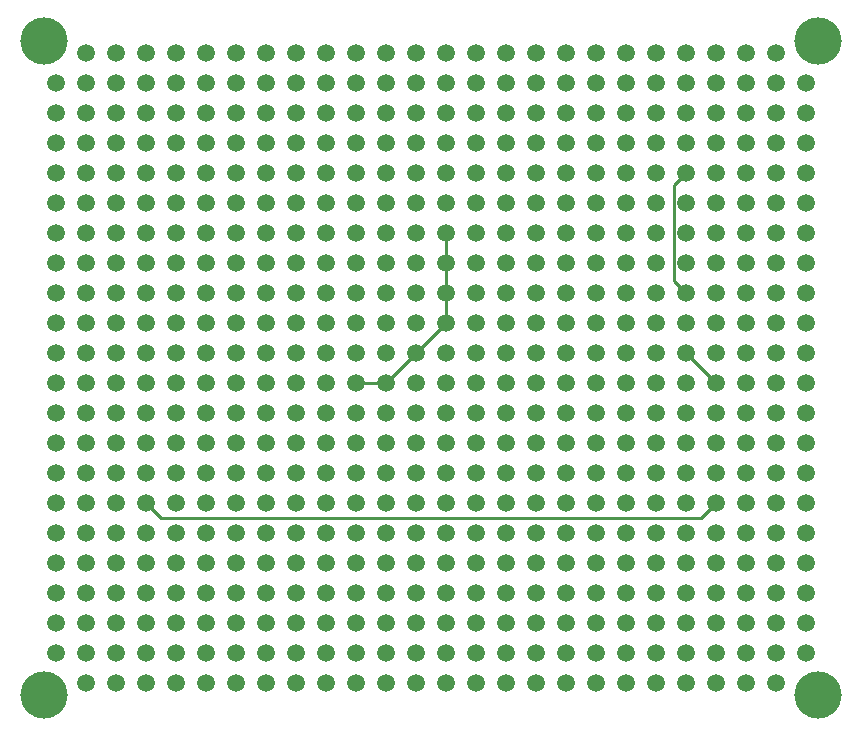
<source format=gbr>
%TF.GenerationSoftware,KiCad,Pcbnew,9.0.2*%
%TF.CreationDate,2025-08-09T13:20:03-07:00*%
%TF.ProjectId,perfidy-board,70657266-6964-4792-9d62-6f6172642e6b,1.1*%
%TF.SameCoordinates,Original*%
%TF.FileFunction,Copper,L2,Inr*%
%TF.FilePolarity,Positive*%
%FSLAX46Y46*%
G04 Gerber Fmt 4.6, Leading zero omitted, Abs format (unit mm)*
G04 Created by KiCad (PCBNEW 9.0.2) date 2025-08-09 13:20:03*
%MOMM*%
%LPD*%
G01*
G04 APERTURE LIST*
%TA.AperFunction,ComponentPad*%
%ADD10C,1.500000*%
%TD*%
%TA.AperFunction,ComponentPad*%
%ADD11C,4.000000*%
%TD*%
%TA.AperFunction,Conductor*%
%ADD12C,0.254000*%
%TD*%
G04 APERTURE END LIST*
D10*
%TO.N,unconnected-(TP40-Pad1)*%
%TO.C,TP40*%
X132560000Y-71660000D03*
%TD*%
%TO.N,unconnected-(TP567-Pad1)*%
%TO.C,TP567*%
X150340000Y-122460000D03*
%TD*%
%TO.N,unconnected-(TP554-Pad1)*%
%TO.C,TP554*%
X117320000Y-122460000D03*
%TD*%
%TO.N,unconnected-(TP543-Pad1)*%
%TO.C,TP543*%
X155420000Y-119920000D03*
%TD*%
%TO.N,unconnected-(TP133-Pad1)*%
%TO.C,TP133*%
X104620000Y-81820000D03*
%TD*%
%TO.N,unconnected-(TP450-Pad1)*%
%TO.C,TP450*%
X117320000Y-112300000D03*
%TD*%
%TO.N,unconnected-(TP499-Pad1)*%
%TO.C,TP499*%
X109700000Y-117380000D03*
%TD*%
%TO.N,unconnected-(TP526-Pad1)*%
%TO.C,TP526*%
X112240000Y-119920000D03*
%TD*%
%TO.N,unconnected-(TP208-Pad1)*%
%TO.C,TP208*%
X163040000Y-86900000D03*
%TD*%
%TO.N,unconnected-(TP146-Pad1)*%
%TO.C,TP146*%
X137640000Y-81820000D03*
%TD*%
%TO.N,unconnected-(TP239-Pad1)*%
%TO.C,TP239*%
X109700000Y-91980000D03*
%TD*%
%TO.N,unconnected-(TP261-Pad1)*%
%TO.C,TP261*%
X99540000Y-94520000D03*
%TD*%
%TO.N,unconnected-(TP324-Pad1)*%
%TO.C,TP324*%
X127480000Y-99600000D03*
%TD*%
%TO.N,unconnected-(TP129-Pad1)*%
%TO.C,TP129*%
X160500000Y-79280000D03*
%TD*%
%TO.N,unconnected-(TP278-Pad1)*%
%TO.C,TP278*%
X142720000Y-94520000D03*
%TD*%
%TO.N,unconnected-(TP54-Pad1)*%
%TO.C,TP54*%
X102080000Y-74200000D03*
%TD*%
%TO.N,unconnected-(TP229-Pad1)*%
%TO.C,TP229*%
X150340000Y-89440000D03*
%TD*%
%TO.N,unconnected-(TP375-Pad1)*%
%TO.C,TP375*%
X124940000Y-104680000D03*
%TD*%
%TO.N,unconnected-(TP348-Pad1)*%
%TO.C,TP348*%
X122400000Y-102140000D03*
%TD*%
%TO.N,/C*%
%TO.C,TP248*%
X132560000Y-91980000D03*
%TD*%
%TO.N,unconnected-(TP102-Pad1)*%
%TO.C,TP102*%
X157960000Y-76740000D03*
%TD*%
%TO.N,unconnected-(TP85-Pad1)*%
%TO.C,TP85*%
X114780000Y-76740000D03*
%TD*%
%TO.N,unconnected-(TP414-Pad1)*%
%TO.C,TP414*%
X157960000Y-107220000D03*
%TD*%
%TO.N,unconnected-(TP268-Pad1)*%
%TO.C,TP268*%
X117320000Y-94520000D03*
%TD*%
%TO.N,/B*%
%TO.C,TP115*%
X124940000Y-79280000D03*
%TD*%
%TO.N,unconnected-(TP410-Pad1)*%
%TO.C,TP410*%
X147800000Y-107220000D03*
%TD*%
%TO.N,unconnected-(TP39-Pad1)*%
%TO.C,TP39*%
X130020000Y-71660000D03*
%TD*%
%TO.N,unconnected-(TP7-Pad1)*%
%TO.C,TP7*%
X114780000Y-69120000D03*
%TD*%
%TO.N,unconnected-(TP223-Pad1)*%
%TO.C,TP223*%
X135100000Y-89440000D03*
%TD*%
%TO.N,unconnected-(TP22-Pad1)*%
%TO.C,TP22*%
X152880000Y-69120000D03*
%TD*%
%TO.N,unconnected-(TP12-Pad1)*%
%TO.C,TP12*%
X127480000Y-69120000D03*
%TD*%
%TO.N,unconnected-(TP480-Pad1)*%
%TO.C,TP480*%
X127480000Y-114840000D03*
%TD*%
%TO.N,unconnected-(TP428-Pad1)*%
%TO.C,TP428*%
X127480000Y-109760000D03*
%TD*%
%TO.N,unconnected-(TP64-Pad1)*%
%TO.C,TP64*%
X127480000Y-74200000D03*
%TD*%
%TO.N,unconnected-(TP206-Pad1)*%
%TO.C,TP206*%
X157960000Y-86900000D03*
%TD*%
%TO.N,unconnected-(TP444-Pad1)*%
%TO.C,TP444*%
X102080000Y-112300000D03*
%TD*%
%TO.N,unconnected-(TP124-Pad1)*%
%TO.C,TP124*%
X147800000Y-79280000D03*
%TD*%
%TO.N,/C*%
%TO.C,TP297*%
X124940000Y-97060000D03*
%TD*%
%TO.N,unconnected-(TP382-Pad1)*%
%TO.C,TP382*%
X142720000Y-104680000D03*
%TD*%
%TO.N,unconnected-(TP421-Pad1)*%
%TO.C,TP421*%
X109700000Y-109760000D03*
%TD*%
%TO.N,unconnected-(TP484-Pad1)*%
%TO.C,TP484*%
X137640000Y-114840000D03*
%TD*%
%TO.N,unconnected-(TP109-Pad1)*%
%TO.C,TP109*%
X109700000Y-79280000D03*
%TD*%
%TO.N,unconnected-(TP472-Pad1)*%
%TO.C,TP472*%
X107160000Y-114840000D03*
%TD*%
%TO.N,unconnected-(TP186-Pad1)*%
%TO.C,TP186*%
X107160000Y-86900000D03*
%TD*%
%TO.N,/E*%
%TO.C,TP283*%
X155420000Y-94520000D03*
%TD*%
%TO.N,unconnected-(TP166-Pad1)*%
%TO.C,TP166*%
X122400000Y-84360000D03*
%TD*%
%TO.N,unconnected-(TP182-Pad1)*%
%TO.C,TP182*%
X163040000Y-84360000D03*
%TD*%
%TO.N,/I*%
%TO.C,TP126*%
X152880000Y-79280000D03*
%TD*%
%TO.N,unconnected-(TP381-Pad1)*%
%TO.C,TP381*%
X140180000Y-104680000D03*
%TD*%
%TO.N,unconnected-(TP185-Pad1)*%
%TO.C,TP185*%
X104620000Y-86900000D03*
%TD*%
%TO.N,unconnected-(TP254-Pad1)*%
%TO.C,TP254*%
X147800000Y-91980000D03*
%TD*%
%TO.N,unconnected-(TP529-Pad1)*%
%TO.C,TP529*%
X119860000Y-119920000D03*
%TD*%
%TO.N,unconnected-(TP265-Pad1)*%
%TO.C,TP265*%
X109700000Y-94520000D03*
%TD*%
%TO.N,unconnected-(TP250-Pad1)*%
%TO.C,TP250*%
X137640000Y-91980000D03*
%TD*%
%TO.N,unconnected-(TP224-Pad1)*%
%TO.C,TP224*%
X137640000Y-89440000D03*
%TD*%
%TO.N,unconnected-(TP121-Pad1)*%
%TO.C,TP121*%
X140180000Y-79280000D03*
%TD*%
%TO.N,unconnected-(TP147-Pad1)*%
%TO.C,TP147*%
X140180000Y-81820000D03*
%TD*%
%TO.N,/C*%
%TO.C,TP298*%
X127480000Y-97060000D03*
%TD*%
%TO.N,unconnected-(TP31-Pad1)*%
%TO.C,TP31*%
X109700000Y-71660000D03*
%TD*%
%TO.N,/C*%
%TO.C,TP222*%
X132560000Y-89440000D03*
%TD*%
%TO.N,unconnected-(TP340-Pad1)*%
%TO.C,TP340*%
X102080000Y-102140000D03*
%TD*%
%TO.N,unconnected-(TP391-Pad1)*%
%TO.C,TP391*%
X99540000Y-107220000D03*
%TD*%
%TO.N,/D*%
%TO.C,TP305*%
X145260000Y-97060000D03*
%TD*%
%TO.N,/D*%
%TO.C,TP120*%
X137640000Y-79280000D03*
%TD*%
%TO.N,unconnected-(TP238-Pad1)*%
%TO.C,TP238*%
X107160000Y-91980000D03*
%TD*%
%TO.N,unconnected-(TP432-Pad1)*%
%TO.C,TP432*%
X137640000Y-109760000D03*
%TD*%
%TO.N,unconnected-(TP481-Pad1)*%
%TO.C,TP481*%
X130020000Y-114840000D03*
%TD*%
%TO.N,unconnected-(TP332-Pad1)*%
%TO.C,TP332*%
X147800000Y-99600000D03*
%TD*%
%TO.N,unconnected-(TP157-Pad1)*%
%TO.C,TP157*%
X99540000Y-84360000D03*
%TD*%
%TO.N,unconnected-(TP362-Pad1)*%
%TO.C,TP362*%
X157960000Y-102140000D03*
%TD*%
%TO.N,unconnected-(TP42-Pad1)*%
%TO.C,TP42*%
X137640000Y-71660000D03*
%TD*%
%TO.N,unconnected-(TP479-Pad1)*%
%TO.C,TP479*%
X124940000Y-114840000D03*
%TD*%
%TO.N,unconnected-(TP350-Pad1)*%
%TO.C,TP350*%
X127480000Y-102140000D03*
%TD*%
%TO.N,unconnected-(TP21-Pad1)*%
%TO.C,TP21*%
X150340000Y-69120000D03*
%TD*%
%TO.N,unconnected-(TP209-Pad1)*%
%TO.C,TP209*%
X99540000Y-89440000D03*
%TD*%
%TO.N,unconnected-(TP333-Pad1)*%
%TO.C,TP333*%
X150340000Y-99600000D03*
%TD*%
%TO.N,unconnected-(TP65-Pad1)*%
%TO.C,TP65*%
X130020000Y-74200000D03*
%TD*%
%TO.N,unconnected-(TP314-Pad1)*%
%TO.C,TP314*%
X102080000Y-99600000D03*
%TD*%
%TO.N,unconnected-(TP264-Pad1)*%
%TO.C,TP264*%
X107160000Y-94520000D03*
%TD*%
%TO.N,unconnected-(TP81-Pad1)*%
%TO.C,TP81*%
X104620000Y-76740000D03*
%TD*%
%TO.N,unconnected-(TP256-Pad1)*%
%TO.C,TP256*%
X152880000Y-91980000D03*
%TD*%
%TO.N,unconnected-(TP67-Pad1)*%
%TO.C,TP67*%
X135100000Y-74200000D03*
%TD*%
D11*
%TO.N,unconnected-(TP26-Pad1)*%
%TO.C,TP26*%
X164056000Y-68104000D03*
%TD*%
D10*
%TO.N,unconnected-(TP456-Pad1)*%
%TO.C,TP456*%
X132560000Y-112300000D03*
%TD*%
%TO.N,unconnected-(TP564-Pad1)*%
%TO.C,TP564*%
X142720000Y-122460000D03*
%TD*%
%TO.N,unconnected-(TP269-Pad1)*%
%TO.C,TP269*%
X119860000Y-94520000D03*
%TD*%
%TO.N,unconnected-(TP327-Pad1)*%
%TO.C,TP327*%
X135100000Y-99600000D03*
%TD*%
%TO.N,unconnected-(TP386-Pad1)*%
%TO.C,TP386*%
X152880000Y-104680000D03*
%TD*%
%TO.N,unconnected-(TP352-Pad1)*%
%TO.C,TP352*%
X132560000Y-102140000D03*
%TD*%
%TO.N,unconnected-(TP56-Pad1)*%
%TO.C,TP56*%
X107160000Y-74200000D03*
%TD*%
%TO.N,unconnected-(TP60-Pad1)*%
%TO.C,TP60*%
X117320000Y-74200000D03*
%TD*%
%TO.N,/G*%
%TO.C,TP394*%
X107160000Y-107220000D03*
%TD*%
%TO.N,unconnected-(TP33-Pad1)*%
%TO.C,TP33*%
X114780000Y-71660000D03*
%TD*%
%TO.N,unconnected-(TP13-Pad1)*%
%TO.C,TP13*%
X130020000Y-69120000D03*
%TD*%
%TO.N,unconnected-(TP334-Pad1)*%
%TO.C,TP334*%
X152880000Y-99600000D03*
%TD*%
%TO.N,unconnected-(TP317-Pad1)*%
%TO.C,TP317*%
X109700000Y-99600000D03*
%TD*%
%TO.N,unconnected-(TP372-Pad1)*%
%TO.C,TP372*%
X117320000Y-104680000D03*
%TD*%
%TO.N,unconnected-(TP106-Pad1)*%
%TO.C,TP106*%
X102080000Y-79280000D03*
%TD*%
%TO.N,unconnected-(TP96-Pad1)*%
%TO.C,TP96*%
X142720000Y-76740000D03*
%TD*%
%TO.N,unconnected-(TP188-Pad1)*%
%TO.C,TP188*%
X112240000Y-86900000D03*
%TD*%
%TO.N,unconnected-(TP154-Pad1)*%
%TO.C,TP154*%
X157960000Y-81820000D03*
%TD*%
%TO.N,unconnected-(TP55-Pad1)*%
%TO.C,TP55*%
X104620000Y-74200000D03*
%TD*%
%TO.N,unconnected-(TP80-Pad1)*%
%TO.C,TP80*%
X102080000Y-76740000D03*
%TD*%
%TO.N,unconnected-(TP95-Pad1)*%
%TO.C,TP95*%
X140180000Y-76740000D03*
%TD*%
%TO.N,unconnected-(TP415-Pad1)*%
%TO.C,TP415*%
X160500000Y-107220000D03*
%TD*%
%TO.N,unconnected-(TP303-Pad1)*%
%TO.C,TP303*%
X140180000Y-97060000D03*
%TD*%
%TO.N,unconnected-(TP218-Pad1)*%
%TO.C,TP218*%
X122400000Y-89440000D03*
%TD*%
%TO.N,unconnected-(TP296-Pad1)*%
%TO.C,TP296*%
X122400000Y-97060000D03*
%TD*%
%TO.N,unconnected-(TP28-Pad1)*%
%TO.C,TP28*%
X102080000Y-71660000D03*
%TD*%
%TO.N,unconnected-(TP242-Pad1)*%
%TO.C,TP242*%
X117320000Y-91980000D03*
%TD*%
%TO.N,/C*%
%TO.C,TP196*%
X132560000Y-86900000D03*
%TD*%
%TO.N,unconnected-(TP455-Pad1)*%
%TO.C,TP455*%
X130020000Y-112300000D03*
%TD*%
%TO.N,unconnected-(TP29-Pad1)*%
%TO.C,TP29*%
X104620000Y-71660000D03*
%TD*%
%TO.N,unconnected-(TP76-Pad1)*%
%TO.C,TP76*%
X157960000Y-74200000D03*
%TD*%
%TO.N,unconnected-(TP272-Pad1)*%
%TO.C,TP272*%
X127480000Y-94520000D03*
%TD*%
%TO.N,unconnected-(TP349-Pad1)*%
%TO.C,TP349*%
X124940000Y-102140000D03*
%TD*%
%TO.N,unconnected-(TP532-Pad1)*%
%TO.C,TP532*%
X127480000Y-119920000D03*
%TD*%
%TO.N,unconnected-(TP198-Pad1)*%
%TO.C,TP198*%
X137640000Y-86900000D03*
%TD*%
%TO.N,unconnected-(TP500-Pad1)*%
%TO.C,TP500*%
X112240000Y-117380000D03*
%TD*%
%TO.N,unconnected-(TP368-Pad1)*%
%TO.C,TP368*%
X107160000Y-104680000D03*
%TD*%
%TO.N,/E*%
%TO.C,TP308*%
X152880000Y-97060000D03*
%TD*%
%TO.N,unconnected-(TP156-Pad1)*%
%TO.C,TP156*%
X163040000Y-81820000D03*
%TD*%
%TO.N,unconnected-(TP71-Pad1)*%
%TO.C,TP71*%
X145260000Y-74200000D03*
%TD*%
%TO.N,unconnected-(TP259-Pad1)*%
%TO.C,TP259*%
X160500000Y-91980000D03*
%TD*%
%TO.N,unconnected-(TP181-Pad1)*%
%TO.C,TP181*%
X160500000Y-84360000D03*
%TD*%
%TO.N,unconnected-(TP365-Pad1)*%
%TO.C,TP365*%
X99540000Y-104680000D03*
%TD*%
%TO.N,unconnected-(TP122-Pad1)*%
%TO.C,TP122*%
X142720000Y-79280000D03*
%TD*%
%TO.N,unconnected-(TP501-Pad1)*%
%TO.C,TP501*%
X114780000Y-117380000D03*
%TD*%
%TO.N,unconnected-(TP363-Pad1)*%
%TO.C,TP363*%
X160500000Y-102140000D03*
%TD*%
%TO.N,unconnected-(TP369-Pad1)*%
%TO.C,TP369*%
X109700000Y-104680000D03*
%TD*%
%TO.N,unconnected-(TP130-Pad1)*%
%TO.C,TP130*%
X163040000Y-79280000D03*
%TD*%
%TO.N,unconnected-(TP290-Pad1)*%
%TO.C,TP290*%
X107160000Y-97060000D03*
%TD*%
%TO.N,unconnected-(TP2-Pad1)*%
%TO.C,TP2*%
X102080000Y-69120000D03*
%TD*%
%TO.N,unconnected-(TP498-Pad1)*%
%TO.C,TP498*%
X107160000Y-117380000D03*
%TD*%
%TO.N,unconnected-(TP99-Pad1)*%
%TO.C,TP99*%
X150340000Y-76740000D03*
%TD*%
%TO.N,unconnected-(TP409-Pad1)*%
%TO.C,TP409*%
X145260000Y-107220000D03*
%TD*%
%TO.N,unconnected-(TP89-Pad1)*%
%TO.C,TP89*%
X124940000Y-76740000D03*
%TD*%
%TO.N,unconnected-(TP367-Pad1)*%
%TO.C,TP367*%
X104620000Y-104680000D03*
%TD*%
%TO.N,unconnected-(TP125-Pad1)*%
%TO.C,TP125*%
X150340000Y-79280000D03*
%TD*%
%TO.N,unconnected-(TP134-Pad1)*%
%TO.C,TP134*%
X107160000Y-81820000D03*
%TD*%
%TO.N,unconnected-(TP425-Pad1)*%
%TO.C,TP425*%
X119860000Y-109760000D03*
%TD*%
%TO.N,unconnected-(TP339-Pad1)*%
%TO.C,TP339*%
X99540000Y-102140000D03*
%TD*%
%TO.N,unconnected-(TP100-Pad1)*%
%TO.C,TP100*%
X152880000Y-76740000D03*
%TD*%
%TO.N,unconnected-(TP439-Pad1)*%
%TO.C,TP439*%
X155420000Y-109760000D03*
%TD*%
%TO.N,unconnected-(TP240-Pad1)*%
%TO.C,TP240*%
X112240000Y-91980000D03*
%TD*%
%TO.N,unconnected-(TP92-Pad1)*%
%TO.C,TP92*%
X132560000Y-76740000D03*
%TD*%
%TO.N,unconnected-(TP260-Pad1)*%
%TO.C,TP260*%
X163040000Y-91980000D03*
%TD*%
%TO.N,unconnected-(TP476-Pad1)*%
%TO.C,TP476*%
X117320000Y-114840000D03*
%TD*%
%TO.N,unconnected-(TP399-Pad1)*%
%TO.C,TP399*%
X119860000Y-107220000D03*
%TD*%
%TO.N,unconnected-(TP429-Pad1)*%
%TO.C,TP429*%
X130020000Y-109760000D03*
%TD*%
%TO.N,unconnected-(TP416-Pad1)*%
%TO.C,TP416*%
X163040000Y-107220000D03*
%TD*%
%TO.N,unconnected-(TP267-Pad1)*%
%TO.C,TP267*%
X114780000Y-94520000D03*
%TD*%
%TO.N,/F*%
%TO.C,TP127*%
X155420000Y-79280000D03*
%TD*%
%TO.N,unconnected-(TP14-Pad1)*%
%TO.C,TP14*%
X132560000Y-69120000D03*
%TD*%
%TO.N,unconnected-(TP385-Pad1)*%
%TO.C,TP385*%
X150340000Y-104680000D03*
%TD*%
%TO.N,unconnected-(TP149-Pad1)*%
%TO.C,TP149*%
X145260000Y-81820000D03*
%TD*%
%TO.N,unconnected-(TP141-Pad1)*%
%TO.C,TP141*%
X124940000Y-81820000D03*
%TD*%
%TO.N,unconnected-(TP430-Pad1)*%
%TO.C,TP430*%
X132560000Y-109760000D03*
%TD*%
%TO.N,unconnected-(TP87-Pad1)*%
%TO.C,TP87*%
X119860000Y-76740000D03*
%TD*%
%TO.N,unconnected-(TP172-Pad1)*%
%TO.C,TP172*%
X137640000Y-84360000D03*
%TD*%
%TO.N,unconnected-(TP162-Pad1)*%
%TO.C,TP162*%
X112240000Y-84360000D03*
%TD*%
%TO.N,unconnected-(TP202-Pad1)*%
%TO.C,TP202*%
X147800000Y-86900000D03*
%TD*%
%TO.N,unconnected-(TP378-Pad1)*%
%TO.C,TP378*%
X132560000Y-104680000D03*
%TD*%
%TO.N,unconnected-(TP62-Pad1)*%
%TO.C,TP62*%
X122400000Y-74200000D03*
%TD*%
%TO.N,unconnected-(TP5-Pad1)*%
%TO.C,TP5*%
X109700000Y-69120000D03*
%TD*%
%TO.N,unconnected-(TP355-Pad1)*%
%TO.C,TP355*%
X140180000Y-102140000D03*
%TD*%
%TO.N,unconnected-(TP234-Pad1)*%
%TO.C,TP234*%
X163040000Y-89440000D03*
%TD*%
%TO.N,unconnected-(TP84-Pad1)*%
%TO.C,TP84*%
X112240000Y-76740000D03*
%TD*%
%TO.N,unconnected-(TP107-Pad1)*%
%TO.C,TP107*%
X104620000Y-79280000D03*
%TD*%
%TO.N,unconnected-(TP457-Pad1)*%
%TO.C,TP457*%
X135100000Y-112300000D03*
%TD*%
%TO.N,unconnected-(TP361-Pad1)*%
%TO.C,TP361*%
X155420000Y-102140000D03*
%TD*%
%TO.N,unconnected-(TP301-Pad1)*%
%TO.C,TP301*%
X135100000Y-97060000D03*
%TD*%
%TO.N,unconnected-(TP561-Pad1)*%
%TO.C,TP561*%
X135100000Y-122460000D03*
%TD*%
%TO.N,unconnected-(TP320-Pad1)*%
%TO.C,TP320*%
X117320000Y-99600000D03*
%TD*%
%TO.N,unconnected-(TP183-Pad1)*%
%TO.C,TP183*%
X99540000Y-86900000D03*
%TD*%
%TO.N,/B*%
%TO.C,TP165*%
X119860000Y-84360000D03*
%TD*%
%TO.N,unconnected-(TP27-Pad1)*%
%TO.C,TP27*%
X99540000Y-71660000D03*
%TD*%
%TO.N,unconnected-(TP542-Pad1)*%
%TO.C,TP542*%
X152880000Y-119920000D03*
%TD*%
%TO.N,/C*%
%TO.C,TP273*%
X130020000Y-94520000D03*
%TD*%
%TO.N,/G*%
%TO.C,TP413*%
X155420000Y-107220000D03*
%TD*%
%TO.N,unconnected-(TP405-Pad1)*%
%TO.C,TP405*%
X135100000Y-107220000D03*
%TD*%
%TO.N,unconnected-(TP530-Pad1)*%
%TO.C,TP530*%
X122400000Y-119920000D03*
%TD*%
%TO.N,unconnected-(TP515-Pad1)*%
%TO.C,TP515*%
X150340000Y-117380000D03*
%TD*%
%TO.N,unconnected-(TP255-Pad1)*%
%TO.C,TP255*%
X150340000Y-91980000D03*
%TD*%
%TO.N,unconnected-(TP227-Pad1)*%
%TO.C,TP227*%
X145260000Y-89440000D03*
%TD*%
%TO.N,unconnected-(TP538-Pad1)*%
%TO.C,TP538*%
X142720000Y-119920000D03*
%TD*%
%TO.N,unconnected-(TP190-Pad1)*%
%TO.C,TP190*%
X117320000Y-86900000D03*
%TD*%
%TO.N,unconnected-(TP168-Pad1)*%
%TO.C,TP168*%
X127480000Y-84360000D03*
%TD*%
%TO.N,unconnected-(TP24-Pad1)*%
%TO.C,TP24*%
X157960000Y-69120000D03*
%TD*%
%TO.N,unconnected-(TP506-Pad1)*%
%TO.C,TP506*%
X127480000Y-117380000D03*
%TD*%
%TO.N,unconnected-(TP241-Pad1)*%
%TO.C,TP241*%
X114780000Y-91980000D03*
%TD*%
%TO.N,unconnected-(TP184-Pad1)*%
%TO.C,TP184*%
X102080000Y-86900000D03*
%TD*%
%TO.N,unconnected-(TP478-Pad1)*%
%TO.C,TP478*%
X122400000Y-114840000D03*
%TD*%
%TO.N,unconnected-(TP492-Pad1)*%
%TO.C,TP492*%
X157960000Y-114840000D03*
%TD*%
%TO.N,unconnected-(TP486-Pad1)*%
%TO.C,TP486*%
X142720000Y-114840000D03*
%TD*%
%TO.N,unconnected-(TP364-Pad1)*%
%TO.C,TP364*%
X163040000Y-102140000D03*
%TD*%
%TO.N,unconnected-(TP326-Pad1)*%
%TO.C,TP326*%
X132560000Y-99600000D03*
%TD*%
%TO.N,unconnected-(TP319-Pad1)*%
%TO.C,TP319*%
X114780000Y-99600000D03*
%TD*%
%TO.N,unconnected-(TP535-Pad1)*%
%TO.C,TP535*%
X135100000Y-119920000D03*
%TD*%
%TO.N,unconnected-(TP528-Pad1)*%
%TO.C,TP528*%
X117320000Y-119920000D03*
%TD*%
%TO.N,unconnected-(TP118-Pad1)*%
%TO.C,TP118*%
X132560000Y-79280000D03*
%TD*%
%TO.N,unconnected-(TP136-Pad1)*%
%TO.C,TP136*%
X112240000Y-81820000D03*
%TD*%
%TO.N,unconnected-(TP142-Pad1)*%
%TO.C,TP142*%
X127480000Y-81820000D03*
%TD*%
%TO.N,unconnected-(TP322-Pad1)*%
%TO.C,TP322*%
X122400000Y-99600000D03*
%TD*%
%TO.N,unconnected-(TP465-Pad1)*%
%TO.C,TP465*%
X155420000Y-112300000D03*
%TD*%
%TO.N,/H*%
%TO.C,TP309*%
X155420000Y-97060000D03*
%TD*%
%TO.N,unconnected-(TP46-Pad1)*%
%TO.C,TP46*%
X147800000Y-71660000D03*
%TD*%
%TO.N,unconnected-(TP519-Pad1)*%
%TO.C,TP519*%
X160500000Y-117380000D03*
%TD*%
%TO.N,unconnected-(TP138-Pad1)*%
%TO.C,TP138*%
X117320000Y-81820000D03*
%TD*%
%TO.N,unconnected-(TP86-Pad1)*%
%TO.C,TP86*%
X117320000Y-76740000D03*
%TD*%
%TO.N,unconnected-(TP552-Pad1)*%
%TO.C,TP552*%
X112240000Y-122460000D03*
%TD*%
%TO.N,unconnected-(TP4-Pad1)*%
%TO.C,TP4*%
X107160000Y-69120000D03*
%TD*%
%TO.N,unconnected-(TP527-Pad1)*%
%TO.C,TP527*%
X114780000Y-119920000D03*
%TD*%
%TO.N,unconnected-(TP280-Pad1)*%
%TO.C,TP280*%
X147800000Y-94520000D03*
%TD*%
%TO.N,/B*%
%TO.C,TP116*%
X127480000Y-79280000D03*
%TD*%
%TO.N,unconnected-(TP329-Pad1)*%
%TO.C,TP329*%
X140180000Y-99600000D03*
%TD*%
%TO.N,unconnected-(TP51-Pad1)*%
%TO.C,TP51*%
X160500000Y-71660000D03*
%TD*%
%TO.N,unconnected-(TP288-Pad1)*%
%TO.C,TP288*%
X102080000Y-97060000D03*
%TD*%
%TO.N,unconnected-(TP389-Pad1)*%
%TO.C,TP389*%
X160500000Y-104680000D03*
%TD*%
%TO.N,unconnected-(TP151-Pad1)*%
%TO.C,TP151*%
X150340000Y-81820000D03*
%TD*%
%TO.N,unconnected-(TP171-Pad1)*%
%TO.C,TP171*%
X135100000Y-84360000D03*
%TD*%
%TO.N,unconnected-(TP323-Pad1)*%
%TO.C,TP323*%
X124940000Y-99600000D03*
%TD*%
%TO.N,unconnected-(TP235-Pad1)*%
%TO.C,TP235*%
X99540000Y-91980000D03*
%TD*%
%TO.N,unconnected-(TP145-Pad1)*%
%TO.C,TP145*%
X135100000Y-81820000D03*
%TD*%
%TO.N,unconnected-(TP207-Pad1)*%
%TO.C,TP207*%
X160500000Y-86900000D03*
%TD*%
%TO.N,unconnected-(TP197-Pad1)*%
%TO.C,TP197*%
X135100000Y-86900000D03*
%TD*%
%TO.N,unconnected-(TP34-Pad1)*%
%TO.C,TP34*%
X117320000Y-71660000D03*
%TD*%
%TO.N,unconnected-(TP555-Pad1)*%
%TO.C,TP555*%
X119860000Y-122460000D03*
%TD*%
%TO.N,unconnected-(TP419-Pad1)*%
%TO.C,TP419*%
X104620000Y-109760000D03*
%TD*%
%TO.N,unconnected-(TP135-Pad1)*%
%TO.C,TP135*%
X109700000Y-81820000D03*
%TD*%
%TO.N,unconnected-(TP131-Pad1)*%
%TO.C,TP131*%
X99540000Y-81820000D03*
%TD*%
%TO.N,unconnected-(TP534-Pad1)*%
%TO.C,TP534*%
X132560000Y-119920000D03*
%TD*%
%TO.N,unconnected-(TP558-Pad1)*%
%TO.C,TP558*%
X127480000Y-122460000D03*
%TD*%
%TO.N,unconnected-(TP43-Pad1)*%
%TO.C,TP43*%
X140180000Y-71660000D03*
%TD*%
%TO.N,unconnected-(TP423-Pad1)*%
%TO.C,TP423*%
X114780000Y-109760000D03*
%TD*%
%TO.N,unconnected-(TP285-Pad1)*%
%TO.C,TP285*%
X160500000Y-94520000D03*
%TD*%
%TO.N,unconnected-(TP342-Pad1)*%
%TO.C,TP342*%
X107160000Y-102140000D03*
%TD*%
%TO.N,unconnected-(TP201-Pad1)*%
%TO.C,TP201*%
X145260000Y-86900000D03*
%TD*%
%TO.N,unconnected-(TP453-Pad1)*%
%TO.C,TP453*%
X124940000Y-112300000D03*
%TD*%
%TO.N,unconnected-(TP249-Pad1)*%
%TO.C,TP249*%
X135100000Y-91980000D03*
%TD*%
%TO.N,/B*%
%TO.C,TP243*%
X119860000Y-91980000D03*
%TD*%
%TO.N,/H*%
%TO.C,TP282*%
X152880000Y-94520000D03*
%TD*%
%TO.N,unconnected-(TP422-Pad1)*%
%TO.C,TP422*%
X112240000Y-109760000D03*
%TD*%
%TO.N,unconnected-(TP74-Pad1)*%
%TO.C,TP74*%
X152880000Y-74200000D03*
%TD*%
%TO.N,unconnected-(TP467-Pad1)*%
%TO.C,TP467*%
X160500000Y-112300000D03*
%TD*%
%TO.N,/B*%
%TO.C,TP270*%
X122400000Y-94520000D03*
%TD*%
%TO.N,unconnected-(TP37-Pad1)*%
%TO.C,TP37*%
X124940000Y-71660000D03*
%TD*%
%TO.N,unconnected-(TP466-Pad1)*%
%TO.C,TP466*%
X157960000Y-112300000D03*
%TD*%
%TO.N,unconnected-(TP546-Pad1)*%
%TO.C,TP546*%
X163040000Y-119920000D03*
%TD*%
%TO.N,unconnected-(TP213-Pad1)*%
%TO.C,TP213*%
X109700000Y-89440000D03*
%TD*%
%TO.N,unconnected-(TP331-Pad1)*%
%TO.C,TP331*%
X145260000Y-99600000D03*
%TD*%
%TO.N,unconnected-(TP461-Pad1)*%
%TO.C,TP461*%
X145260000Y-112300000D03*
%TD*%
%TO.N,unconnected-(TP463-Pad1)*%
%TO.C,TP463*%
X150340000Y-112300000D03*
%TD*%
%TO.N,unconnected-(TP91-Pad1)*%
%TO.C,TP91*%
X130020000Y-76740000D03*
%TD*%
%TO.N,unconnected-(TP90-Pad1)*%
%TO.C,TP90*%
X127480000Y-76740000D03*
%TD*%
%TO.N,unconnected-(TP114-Pad1)*%
%TO.C,TP114*%
X122400000Y-79280000D03*
%TD*%
%TO.N,unconnected-(TP52-Pad1)*%
%TO.C,TP52*%
X163040000Y-71660000D03*
%TD*%
%TO.N,unconnected-(TP161-Pad1)*%
%TO.C,TP161*%
X109700000Y-84360000D03*
%TD*%
%TO.N,unconnected-(TP557-Pad1)*%
%TO.C,TP557*%
X124940000Y-122460000D03*
%TD*%
%TO.N,unconnected-(TP549-Pad1)*%
%TO.C,TP549*%
X104620000Y-122460000D03*
%TD*%
%TO.N,unconnected-(TP338-Pad1)*%
%TO.C,TP338*%
X163040000Y-99600000D03*
%TD*%
%TO.N,unconnected-(TP507-Pad1)*%
%TO.C,TP507*%
X130020000Y-117380000D03*
%TD*%
%TO.N,unconnected-(TP6-Pad1)*%
%TO.C,TP6*%
X112240000Y-69120000D03*
%TD*%
%TO.N,unconnected-(TP321-Pad1)*%
%TO.C,TP321*%
X119860000Y-99600000D03*
%TD*%
%TO.N,unconnected-(TP491-Pad1)*%
%TO.C,TP491*%
X155420000Y-114840000D03*
%TD*%
%TO.N,unconnected-(TP150-Pad1)*%
%TO.C,TP150*%
X147800000Y-81820000D03*
%TD*%
%TO.N,unconnected-(TP539-Pad1)*%
%TO.C,TP539*%
X145260000Y-119920000D03*
%TD*%
%TO.N,unconnected-(TP540-Pad1)*%
%TO.C,TP540*%
X147800000Y-119920000D03*
%TD*%
%TO.N,unconnected-(TP398-Pad1)*%
%TO.C,TP398*%
X117320000Y-107220000D03*
%TD*%
%TO.N,unconnected-(TP412-Pad1)*%
%TO.C,TP412*%
X152880000Y-107220000D03*
%TD*%
%TO.N,unconnected-(TP401-Pad1)*%
%TO.C,TP401*%
X124940000Y-107220000D03*
%TD*%
%TO.N,unconnected-(TP295-Pad1)*%
%TO.C,TP295*%
X119860000Y-97060000D03*
%TD*%
%TO.N,unconnected-(TP511-Pad1)*%
%TO.C,TP511*%
X140180000Y-117380000D03*
%TD*%
%TO.N,unconnected-(TP257-Pad1)*%
%TO.C,TP257*%
X155420000Y-91980000D03*
%TD*%
%TO.N,unconnected-(TP310-Pad1)*%
%TO.C,TP310*%
X157960000Y-97060000D03*
%TD*%
%TO.N,unconnected-(TP128-Pad1)*%
%TO.C,TP128*%
X157960000Y-79280000D03*
%TD*%
%TO.N,unconnected-(TP49-Pad1)*%
%TO.C,TP49*%
X155420000Y-71660000D03*
%TD*%
%TO.N,unconnected-(TP48-Pad1)*%
%TO.C,TP48*%
X152880000Y-71660000D03*
%TD*%
%TO.N,unconnected-(TP341-Pad1)*%
%TO.C,TP341*%
X104620000Y-102140000D03*
%TD*%
%TO.N,unconnected-(TP505-Pad1)*%
%TO.C,TP505*%
X124940000Y-117380000D03*
%TD*%
%TO.N,unconnected-(TP176-Pad1)*%
%TO.C,TP176*%
X147800000Y-84360000D03*
%TD*%
%TO.N,unconnected-(TP325-Pad1)*%
%TO.C,TP325*%
X130020000Y-99600000D03*
%TD*%
%TO.N,unconnected-(TP437-Pad1)*%
%TO.C,TP437*%
X150340000Y-109760000D03*
%TD*%
%TO.N,unconnected-(TP177-Pad1)*%
%TO.C,TP177*%
X150340000Y-84360000D03*
%TD*%
%TO.N,unconnected-(TP402-Pad1)*%
%TO.C,TP402*%
X127480000Y-107220000D03*
%TD*%
%TO.N,unconnected-(TP167-Pad1)*%
%TO.C,TP167*%
X124940000Y-84360000D03*
%TD*%
%TO.N,unconnected-(TP252-Pad1)*%
%TO.C,TP252*%
X142720000Y-91980000D03*
%TD*%
%TO.N,unconnected-(TP335-Pad1)*%
%TO.C,TP335*%
X155420000Y-99600000D03*
%TD*%
%TO.N,unconnected-(TP531-Pad1)*%
%TO.C,TP531*%
X124940000Y-119920000D03*
%TD*%
%TO.N,unconnected-(TP233-Pad1)*%
%TO.C,TP233*%
X160500000Y-89440000D03*
%TD*%
%TO.N,unconnected-(TP358-Pad1)*%
%TO.C,TP358*%
X147800000Y-102140000D03*
%TD*%
%TO.N,unconnected-(TP496-Pad1)*%
%TO.C,TP496*%
X102080000Y-117380000D03*
%TD*%
%TO.N,unconnected-(TP460-Pad1)*%
%TO.C,TP460*%
X142720000Y-112300000D03*
%TD*%
%TO.N,unconnected-(TP370-Pad1)*%
%TO.C,TP370*%
X112240000Y-104680000D03*
%TD*%
%TO.N,unconnected-(TP377-Pad1)*%
%TO.C,TP377*%
X130020000Y-104680000D03*
%TD*%
%TO.N,unconnected-(TP228-Pad1)*%
%TO.C,TP228*%
X147800000Y-89440000D03*
%TD*%
%TO.N,unconnected-(TP471-Pad1)*%
%TO.C,TP471*%
X104620000Y-114840000D03*
%TD*%
%TO.N,unconnected-(TP262-Pad1)*%
%TO.C,TP262*%
X102080000Y-94520000D03*
%TD*%
%TO.N,unconnected-(TP307-Pad1)*%
%TO.C,TP307*%
X150340000Y-97060000D03*
%TD*%
%TO.N,unconnected-(TP275-Pad1)*%
%TO.C,TP275*%
X135100000Y-94520000D03*
%TD*%
%TO.N,unconnected-(TP343-Pad1)*%
%TO.C,TP343*%
X109700000Y-102140000D03*
%TD*%
%TO.N,unconnected-(TP516-Pad1)*%
%TO.C,TP516*%
X152880000Y-117380000D03*
%TD*%
%TO.N,unconnected-(TP477-Pad1)*%
%TO.C,TP477*%
X119860000Y-114840000D03*
%TD*%
%TO.N,unconnected-(TP195-Pad1)*%
%TO.C,TP195*%
X130020000Y-86900000D03*
%TD*%
%TO.N,unconnected-(TP436-Pad1)*%
%TO.C,TP436*%
X147800000Y-109760000D03*
%TD*%
%TO.N,unconnected-(TP119-Pad1)*%
%TO.C,TP119*%
X135100000Y-79280000D03*
%TD*%
%TO.N,unconnected-(TP388-Pad1)*%
%TO.C,TP388*%
X157960000Y-104680000D03*
%TD*%
%TO.N,unconnected-(TP336-Pad1)*%
%TO.C,TP336*%
X157960000Y-99600000D03*
%TD*%
%TO.N,unconnected-(TP553-Pad1)*%
%TO.C,TP553*%
X114780000Y-122460000D03*
%TD*%
%TO.N,unconnected-(TP30-Pad1)*%
%TO.C,TP30*%
X107160000Y-71660000D03*
%TD*%
%TO.N,unconnected-(TP152-Pad1)*%
%TO.C,TP152*%
X152880000Y-81820000D03*
%TD*%
%TO.N,unconnected-(TP187-Pad1)*%
%TO.C,TP187*%
X109700000Y-86900000D03*
%TD*%
%TO.N,unconnected-(TP204-Pad1)*%
%TO.C,TP204*%
X152880000Y-86900000D03*
%TD*%
%TO.N,unconnected-(TP153-Pad1)*%
%TO.C,TP153*%
X155420000Y-81820000D03*
%TD*%
%TO.N,unconnected-(TP68-Pad1)*%
%TO.C,TP68*%
X137640000Y-74200000D03*
%TD*%
%TO.N,unconnected-(TP173-Pad1)*%
%TO.C,TP173*%
X140180000Y-84360000D03*
%TD*%
%TO.N,unconnected-(TP502-Pad1)*%
%TO.C,TP502*%
X117320000Y-117380000D03*
%TD*%
%TO.N,unconnected-(TP420-Pad1)*%
%TO.C,TP420*%
X107160000Y-109760000D03*
%TD*%
%TO.N,unconnected-(TP160-Pad1)*%
%TO.C,TP160*%
X107160000Y-84360000D03*
%TD*%
%TO.N,unconnected-(TP20-Pad1)*%
%TO.C,TP20*%
X147800000Y-69120000D03*
%TD*%
%TO.N,unconnected-(TP533-Pad1)*%
%TO.C,TP533*%
X130020000Y-119920000D03*
%TD*%
%TO.N,unconnected-(TP302-Pad1)*%
%TO.C,TP302*%
X137640000Y-97060000D03*
%TD*%
%TO.N,unconnected-(TP281-Pad1)*%
%TO.C,TP281*%
X150340000Y-94520000D03*
%TD*%
%TO.N,unconnected-(TP525-Pad1)*%
%TO.C,TP525*%
X109700000Y-119920000D03*
%TD*%
%TO.N,unconnected-(TP448-Pad1)*%
%TO.C,TP448*%
X112240000Y-112300000D03*
%TD*%
%TO.N,/B*%
%TO.C,TP217*%
X119860000Y-89440000D03*
%TD*%
%TO.N,unconnected-(TP3-Pad1)*%
%TO.C,TP3*%
X104620000Y-69120000D03*
%TD*%
%TO.N,unconnected-(TP137-Pad1)*%
%TO.C,TP137*%
X114780000Y-81820000D03*
%TD*%
%TO.N,unconnected-(TP245-Pad1)*%
%TO.C,TP245*%
X124940000Y-91980000D03*
%TD*%
%TO.N,unconnected-(TP438-Pad1)*%
%TO.C,TP438*%
X152880000Y-109760000D03*
%TD*%
%TO.N,unconnected-(TP94-Pad1)*%
%TO.C,TP94*%
X137640000Y-76740000D03*
%TD*%
%TO.N,unconnected-(TP454-Pad1)*%
%TO.C,TP454*%
X127480000Y-112300000D03*
%TD*%
%TO.N,unconnected-(TP123-Pad1)*%
%TO.C,TP123*%
X145260000Y-79280000D03*
%TD*%
%TO.N,unconnected-(TP225-Pad1)*%
%TO.C,TP225*%
X140180000Y-89440000D03*
%TD*%
%TO.N,unconnected-(TP548-Pad1)*%
%TO.C,TP548*%
X102080000Y-122460000D03*
%TD*%
%TO.N,unconnected-(TP192-Pad1)*%
%TO.C,TP192*%
X122400000Y-86900000D03*
%TD*%
%TO.N,unconnected-(TP72-Pad1)*%
%TO.C,TP72*%
X147800000Y-74200000D03*
%TD*%
%TO.N,unconnected-(TP524-Pad1)*%
%TO.C,TP524*%
X107160000Y-119920000D03*
%TD*%
%TO.N,unconnected-(TP544-Pad1)*%
%TO.C,TP544*%
X157960000Y-119920000D03*
%TD*%
%TO.N,unconnected-(TP219-Pad1)*%
%TO.C,TP219*%
X124940000Y-89440000D03*
%TD*%
%TO.N,unconnected-(TP45-Pad1)*%
%TO.C,TP45*%
X145260000Y-71660000D03*
%TD*%
%TO.N,unconnected-(TP210-Pad1)*%
%TO.C,TP210*%
X102080000Y-89440000D03*
%TD*%
%TO.N,unconnected-(TP9-Pad1)*%
%TO.C,TP9*%
X119860000Y-69120000D03*
%TD*%
%TO.N,unconnected-(TP318-Pad1)*%
%TO.C,TP318*%
X112240000Y-99600000D03*
%TD*%
%TO.N,unconnected-(TP11-Pad1)*%
%TO.C,TP11*%
X124940000Y-69120000D03*
%TD*%
%TO.N,unconnected-(TP211-Pad1)*%
%TO.C,TP211*%
X104620000Y-89440000D03*
%TD*%
%TO.N,unconnected-(TP494-Pad1)*%
%TO.C,TP494*%
X163040000Y-114840000D03*
%TD*%
%TO.N,unconnected-(TP159-Pad1)*%
%TO.C,TP159*%
X104620000Y-84360000D03*
%TD*%
%TO.N,unconnected-(TP513-Pad1)*%
%TO.C,TP513*%
X145260000Y-117380000D03*
%TD*%
%TO.N,unconnected-(TP411-Pad1)*%
%TO.C,TP411*%
X150340000Y-107220000D03*
%TD*%
%TO.N,unconnected-(TP469-Pad1)*%
%TO.C,TP469*%
X99540000Y-114840000D03*
%TD*%
%TO.N,unconnected-(TP487-Pad1)*%
%TO.C,TP487*%
X145260000Y-114840000D03*
%TD*%
%TO.N,unconnected-(TP258-Pad1)*%
%TO.C,TP258*%
X157960000Y-91980000D03*
%TD*%
%TO.N,unconnected-(TP286-Pad1)*%
%TO.C,TP286*%
X163040000Y-94520000D03*
%TD*%
%TO.N,unconnected-(TP66-Pad1)*%
%TO.C,TP66*%
X132560000Y-74200000D03*
%TD*%
%TO.N,unconnected-(TP551-Pad1)*%
%TO.C,TP551*%
X109700000Y-122460000D03*
%TD*%
%TO.N,unconnected-(TP313-Pad1)*%
%TO.C,TP313*%
X99540000Y-99600000D03*
%TD*%
%TO.N,unconnected-(TP514-Pad1)*%
%TO.C,TP514*%
X147800000Y-117380000D03*
%TD*%
%TO.N,unconnected-(TP10-Pad1)*%
%TO.C,TP10*%
X122400000Y-69120000D03*
%TD*%
%TO.N,unconnected-(TP311-Pad1)*%
%TO.C,TP311*%
X160500000Y-97060000D03*
%TD*%
%TO.N,unconnected-(TP236-Pad1)*%
%TO.C,TP236*%
X102080000Y-91980000D03*
%TD*%
%TO.N,unconnected-(TP194-Pad1)*%
%TO.C,TP194*%
X127480000Y-86900000D03*
%TD*%
%TO.N,unconnected-(TP163-Pad1)*%
%TO.C,TP163*%
X114780000Y-84360000D03*
%TD*%
%TO.N,unconnected-(TP36-Pad1)*%
%TO.C,TP36*%
X122400000Y-71660000D03*
%TD*%
%TO.N,unconnected-(TP291-Pad1)*%
%TO.C,TP291*%
X109700000Y-97060000D03*
%TD*%
%TO.N,unconnected-(TP277-Pad1)*%
%TO.C,TP277*%
X140180000Y-94520000D03*
%TD*%
%TO.N,unconnected-(TP379-Pad1)*%
%TO.C,TP379*%
X135100000Y-104680000D03*
%TD*%
%TO.N,unconnected-(TP503-Pad1)*%
%TO.C,TP503*%
X119860000Y-117380000D03*
%TD*%
%TO.N,unconnected-(TP174-Pad1)*%
%TO.C,TP174*%
X142720000Y-84360000D03*
%TD*%
%TO.N,unconnected-(TP400-Pad1)*%
%TO.C,TP400*%
X122400000Y-107220000D03*
%TD*%
%TO.N,unconnected-(TP244-Pad1)*%
%TO.C,TP244*%
X122400000Y-91980000D03*
%TD*%
%TO.N,unconnected-(TP287-Pad1)*%
%TO.C,TP287*%
X99540000Y-97060000D03*
%TD*%
%TO.N,unconnected-(TP541-Pad1)*%
%TO.C,TP541*%
X150340000Y-119920000D03*
%TD*%
%TO.N,unconnected-(TP452-Pad1)*%
%TO.C,TP452*%
X122400000Y-112300000D03*
%TD*%
%TO.N,unconnected-(TP408-Pad1)*%
%TO.C,TP408*%
X142720000Y-107220000D03*
%TD*%
%TO.N,unconnected-(TP83-Pad1)*%
%TO.C,TP83*%
X109700000Y-76740000D03*
%TD*%
%TO.N,/C*%
%TO.C,TP170*%
X132560000Y-84360000D03*
%TD*%
%TO.N,unconnected-(TP417-Pad1)*%
%TO.C,TP417*%
X99540000Y-109760000D03*
%TD*%
%TO.N,unconnected-(TP517-Pad1)*%
%TO.C,TP517*%
X155420000Y-117380000D03*
%TD*%
%TO.N,unconnected-(TP374-Pad1)*%
%TO.C,TP374*%
X122400000Y-104680000D03*
%TD*%
%TO.N,unconnected-(TP88-Pad1)*%
%TO.C,TP88*%
X122400000Y-76740000D03*
%TD*%
%TO.N,unconnected-(TP387-Pad1)*%
%TO.C,TP387*%
X155420000Y-104680000D03*
%TD*%
%TO.N,unconnected-(TP562-Pad1)*%
%TO.C,TP562*%
X137640000Y-122460000D03*
%TD*%
%TO.N,unconnected-(TP357-Pad1)*%
%TO.C,TP357*%
X145260000Y-102140000D03*
%TD*%
%TO.N,unconnected-(TP284-Pad1)*%
%TO.C,TP284*%
X157960000Y-94520000D03*
%TD*%
%TO.N,unconnected-(TP395-Pad1)*%
%TO.C,TP395*%
X109700000Y-107220000D03*
%TD*%
%TO.N,unconnected-(TP105-Pad1)*%
%TO.C,TP105*%
X99540000Y-79280000D03*
%TD*%
%TO.N,unconnected-(TP337-Pad1)*%
%TO.C,TP337*%
X160500000Y-99600000D03*
%TD*%
%TO.N,unconnected-(TP15-Pad1)*%
%TO.C,TP15*%
X135100000Y-69120000D03*
%TD*%
%TO.N,unconnected-(TP78-Pad1)*%
%TO.C,TP78*%
X163040000Y-74200000D03*
%TD*%
%TO.N,unconnected-(TP449-Pad1)*%
%TO.C,TP449*%
X114780000Y-112300000D03*
%TD*%
%TO.N,unconnected-(TP19-Pad1)*%
%TO.C,TP19*%
X145260000Y-69120000D03*
%TD*%
%TO.N,unconnected-(TP354-Pad1)*%
%TO.C,TP354*%
X137640000Y-102140000D03*
%TD*%
D11*
%TO.N,unconnected-(TP547-Pad1)*%
%TO.C,TP547*%
X98524000Y-123476000D03*
%TD*%
D10*
%TO.N,unconnected-(TP237-Pad1)*%
%TO.C,TP237*%
X104620000Y-91980000D03*
%TD*%
%TO.N,unconnected-(TP556-Pad1)*%
%TO.C,TP556*%
X122400000Y-122460000D03*
%TD*%
%TO.N,unconnected-(TP144-Pad1)*%
%TO.C,TP144*%
X132560000Y-81820000D03*
%TD*%
%TO.N,unconnected-(TP441-Pad1)*%
%TO.C,TP441*%
X160500000Y-109760000D03*
%TD*%
%TO.N,unconnected-(TP289-Pad1)*%
%TO.C,TP289*%
X104620000Y-97060000D03*
%TD*%
%TO.N,unconnected-(TP132-Pad1)*%
%TO.C,TP132*%
X102080000Y-81820000D03*
%TD*%
%TO.N,unconnected-(TP373-Pad1)*%
%TO.C,TP373*%
X119860000Y-104680000D03*
%TD*%
%TO.N,unconnected-(TP470-Pad1)*%
%TO.C,TP470*%
X102080000Y-114840000D03*
%TD*%
%TO.N,unconnected-(TP175-Pad1)*%
%TO.C,TP175*%
X145260000Y-84360000D03*
%TD*%
%TO.N,unconnected-(TP344-Pad1)*%
%TO.C,TP344*%
X112240000Y-102140000D03*
%TD*%
%TO.N,unconnected-(TP435-Pad1)*%
%TO.C,TP435*%
X145260000Y-109760000D03*
%TD*%
%TO.N,unconnected-(TP447-Pad1)*%
%TO.C,TP447*%
X109700000Y-112300000D03*
%TD*%
%TO.N,unconnected-(TP488-Pad1)*%
%TO.C,TP488*%
X147800000Y-114840000D03*
%TD*%
%TO.N,unconnected-(TP380-Pad1)*%
%TO.C,TP380*%
X137640000Y-104680000D03*
%TD*%
%TO.N,unconnected-(TP545-Pad1)*%
%TO.C,TP545*%
X160500000Y-119920000D03*
%TD*%
%TO.N,unconnected-(TP220-Pad1)*%
%TO.C,TP220*%
X127480000Y-89440000D03*
%TD*%
%TO.N,unconnected-(TP148-Pad1)*%
%TO.C,TP148*%
X142720000Y-81820000D03*
%TD*%
%TO.N,unconnected-(TP360-Pad1)*%
%TO.C,TP360*%
X152880000Y-102140000D03*
%TD*%
%TO.N,unconnected-(TP178-Pad1)*%
%TO.C,TP178*%
X152880000Y-84360000D03*
%TD*%
%TO.N,unconnected-(TP571-Pad1)*%
%TO.C,TP571*%
X160500000Y-122460000D03*
%TD*%
%TO.N,unconnected-(TP300-Pad1)*%
%TO.C,TP300*%
X132560000Y-97060000D03*
%TD*%
%TO.N,unconnected-(TP205-Pad1)*%
%TO.C,TP205*%
X155420000Y-86900000D03*
%TD*%
%TO.N,unconnected-(TP383-Pad1)*%
%TO.C,TP383*%
X145260000Y-104680000D03*
%TD*%
%TO.N,unconnected-(TP315-Pad1)*%
%TO.C,TP315*%
X104620000Y-99600000D03*
%TD*%
%TO.N,unconnected-(TP50-Pad1)*%
%TO.C,TP50*%
X157960000Y-71660000D03*
%TD*%
%TO.N,unconnected-(TP232-Pad1)*%
%TO.C,TP232*%
X157960000Y-89440000D03*
%TD*%
%TO.N,unconnected-(TP393-Pad1)*%
%TO.C,TP393*%
X104620000Y-107220000D03*
%TD*%
D11*
%TO.N,unconnected-(TP1-Pad1)*%
%TO.C,TP1*%
X98524000Y-68104000D03*
%TD*%
D10*
%TO.N,unconnected-(TP61-Pad1)*%
%TO.C,TP61*%
X119860000Y-74200000D03*
%TD*%
%TO.N,unconnected-(TP475-Pad1)*%
%TO.C,TP475*%
X114780000Y-114840000D03*
%TD*%
%TO.N,unconnected-(TP59-Pad1)*%
%TO.C,TP59*%
X114780000Y-74200000D03*
%TD*%
%TO.N,unconnected-(TP169-Pad1)*%
%TO.C,TP169*%
X130020000Y-84360000D03*
%TD*%
%TO.N,unconnected-(TP473-Pad1)*%
%TO.C,TP473*%
X109700000Y-114840000D03*
%TD*%
%TO.N,unconnected-(TP536-Pad1)*%
%TO.C,TP536*%
X137640000Y-119920000D03*
%TD*%
%TO.N,unconnected-(TP316-Pad1)*%
%TO.C,TP316*%
X107160000Y-99600000D03*
%TD*%
%TO.N,unconnected-(TP482-Pad1)*%
%TO.C,TP482*%
X132560000Y-114840000D03*
%TD*%
%TO.N,unconnected-(TP424-Pad1)*%
%TO.C,TP424*%
X117320000Y-109760000D03*
%TD*%
%TO.N,unconnected-(TP570-Pad1)*%
%TO.C,TP570*%
X157960000Y-122460000D03*
%TD*%
%TO.N,unconnected-(TP271-Pad1)*%
%TO.C,TP271*%
X124940000Y-94520000D03*
%TD*%
%TO.N,unconnected-(TP158-Pad1)*%
%TO.C,TP158*%
X102080000Y-84360000D03*
%TD*%
%TO.N,unconnected-(TP266-Pad1)*%
%TO.C,TP266*%
X112240000Y-94520000D03*
%TD*%
%TO.N,/I*%
%TO.C,TP230*%
X152880000Y-89440000D03*
%TD*%
%TO.N,unconnected-(TP193-Pad1)*%
%TO.C,TP193*%
X124940000Y-86900000D03*
%TD*%
%TO.N,unconnected-(TP312-Pad1)*%
%TO.C,TP312*%
X163040000Y-97060000D03*
%TD*%
%TO.N,/A*%
%TO.C,TP293*%
X114780000Y-97060000D03*
%TD*%
%TO.N,unconnected-(TP17-Pad1)*%
%TO.C,TP17*%
X140180000Y-69120000D03*
%TD*%
%TO.N,/A*%
%TO.C,TP108*%
X107160000Y-79280000D03*
%TD*%
%TO.N,unconnected-(TP32-Pad1)*%
%TO.C,TP32*%
X112240000Y-71660000D03*
%TD*%
%TO.N,unconnected-(TP464-Pad1)*%
%TO.C,TP464*%
X152880000Y-112300000D03*
%TD*%
%TO.N,unconnected-(TP504-Pad1)*%
%TO.C,TP504*%
X122400000Y-117380000D03*
%TD*%
%TO.N,unconnected-(TP247-Pad1)*%
%TO.C,TP247*%
X130020000Y-91980000D03*
%TD*%
%TO.N,/B*%
%TO.C,TP140*%
X122400000Y-81820000D03*
%TD*%
%TO.N,unconnected-(TP356-Pad1)*%
%TO.C,TP356*%
X142720000Y-102140000D03*
%TD*%
%TO.N,unconnected-(TP328-Pad1)*%
%TO.C,TP328*%
X137640000Y-99600000D03*
%TD*%
%TO.N,unconnected-(TP474-Pad1)*%
%TO.C,TP474*%
X112240000Y-114840000D03*
%TD*%
%TO.N,unconnected-(TP483-Pad1)*%
%TO.C,TP483*%
X135100000Y-114840000D03*
%TD*%
%TO.N,unconnected-(TP359-Pad1)*%
%TO.C,TP359*%
X150340000Y-102140000D03*
%TD*%
%TO.N,unconnected-(TP563-Pad1)*%
%TO.C,TP563*%
X140180000Y-122460000D03*
%TD*%
%TO.N,/F*%
%TO.C,TP231*%
X155420000Y-89440000D03*
%TD*%
%TO.N,unconnected-(TP16-Pad1)*%
%TO.C,TP16*%
X137640000Y-69120000D03*
%TD*%
%TO.N,unconnected-(TP63-Pad1)*%
%TO.C,TP63*%
X124940000Y-74200000D03*
%TD*%
%TO.N,unconnected-(TP299-Pad1)*%
%TO.C,TP299*%
X130020000Y-97060000D03*
%TD*%
%TO.N,unconnected-(TP103-Pad1)*%
%TO.C,TP103*%
X160500000Y-76740000D03*
%TD*%
%TO.N,unconnected-(TP41-Pad1)*%
%TO.C,TP41*%
X135100000Y-71660000D03*
%TD*%
%TO.N,unconnected-(TP446-Pad1)*%
%TO.C,TP446*%
X107160000Y-112300000D03*
%TD*%
%TO.N,unconnected-(TP110-Pad1)*%
%TO.C,TP110*%
X112240000Y-79280000D03*
%TD*%
%TO.N,unconnected-(TP58-Pad1)*%
%TO.C,TP58*%
X112240000Y-74200000D03*
%TD*%
%TO.N,unconnected-(TP23-Pad1)*%
%TO.C,TP23*%
X155420000Y-69120000D03*
%TD*%
%TO.N,unconnected-(TP442-Pad1)*%
%TO.C,TP442*%
X163040000Y-109760000D03*
%TD*%
%TO.N,unconnected-(TP406-Pad1)*%
%TO.C,TP406*%
X137640000Y-107220000D03*
%TD*%
%TO.N,unconnected-(TP396-Pad1)*%
%TO.C,TP396*%
X112240000Y-107220000D03*
%TD*%
%TO.N,unconnected-(TP25-Pad1)*%
%TO.C,TP25*%
X160500000Y-69120000D03*
%TD*%
%TO.N,unconnected-(TP212-Pad1)*%
%TO.C,TP212*%
X107160000Y-89440000D03*
%TD*%
%TO.N,unconnected-(TP512-Pad1)*%
%TO.C,TP512*%
X142720000Y-117380000D03*
%TD*%
%TO.N,unconnected-(TP407-Pad1)*%
%TO.C,TP407*%
X140180000Y-107220000D03*
%TD*%
%TO.N,unconnected-(TP459-Pad1)*%
%TO.C,TP459*%
X140180000Y-112300000D03*
%TD*%
%TO.N,unconnected-(TP550-Pad1)*%
%TO.C,TP550*%
X107160000Y-122460000D03*
%TD*%
%TO.N,unconnected-(TP82-Pad1)*%
%TO.C,TP82*%
X107160000Y-76740000D03*
%TD*%
%TO.N,unconnected-(TP117-Pad1)*%
%TO.C,TP117*%
X130020000Y-79280000D03*
%TD*%
%TO.N,unconnected-(TP522-Pad1)*%
%TO.C,TP522*%
X102080000Y-119920000D03*
%TD*%
%TO.N,unconnected-(TP93-Pad1)*%
%TO.C,TP93*%
X135100000Y-76740000D03*
%TD*%
%TO.N,unconnected-(TP443-Pad1)*%
%TO.C,TP443*%
X99540000Y-112300000D03*
%TD*%
%TO.N,unconnected-(TP226-Pad1)*%
%TO.C,TP226*%
X142720000Y-89440000D03*
%TD*%
%TO.N,unconnected-(TP345-Pad1)*%
%TO.C,TP345*%
X114780000Y-102140000D03*
%TD*%
%TO.N,unconnected-(TP559-Pad1)*%
%TO.C,TP559*%
X130020000Y-122460000D03*
%TD*%
%TO.N,unconnected-(TP75-Pad1)*%
%TO.C,TP75*%
X155420000Y-74200000D03*
%TD*%
%TO.N,unconnected-(TP347-Pad1)*%
%TO.C,TP347*%
X119860000Y-102140000D03*
%TD*%
%TO.N,unconnected-(TP164-Pad1)*%
%TO.C,TP164*%
X117320000Y-84360000D03*
%TD*%
%TO.N,unconnected-(TP70-Pad1)*%
%TO.C,TP70*%
X142720000Y-74200000D03*
%TD*%
%TO.N,unconnected-(TP489-Pad1)*%
%TO.C,TP489*%
X150340000Y-114840000D03*
%TD*%
%TO.N,unconnected-(TP537-Pad1)*%
%TO.C,TP537*%
X140180000Y-119920000D03*
%TD*%
%TO.N,unconnected-(TP403-Pad1)*%
%TO.C,TP403*%
X130020000Y-107220000D03*
%TD*%
%TO.N,unconnected-(TP518-Pad1)*%
%TO.C,TP518*%
X157960000Y-117380000D03*
%TD*%
%TO.N,unconnected-(TP304-Pad1)*%
%TO.C,TP304*%
X142720000Y-97060000D03*
%TD*%
%TO.N,unconnected-(TP569-Pad1)*%
%TO.C,TP569*%
X155420000Y-122460000D03*
%TD*%
%TO.N,unconnected-(TP101-Pad1)*%
%TO.C,TP101*%
X155420000Y-76740000D03*
%TD*%
%TO.N,unconnected-(TP38-Pad1)*%
%TO.C,TP38*%
X127480000Y-71660000D03*
%TD*%
%TO.N,unconnected-(TP113-Pad1)*%
%TO.C,TP113*%
X119860000Y-79280000D03*
%TD*%
%TO.N,unconnected-(TP221-Pad1)*%
%TO.C,TP221*%
X130020000Y-89440000D03*
%TD*%
%TO.N,unconnected-(TP274-Pad1)*%
%TO.C,TP274*%
X132560000Y-94520000D03*
%TD*%
%TO.N,unconnected-(TP139-Pad1)*%
%TO.C,TP139*%
X119860000Y-81820000D03*
%TD*%
%TO.N,unconnected-(TP104-Pad1)*%
%TO.C,TP104*%
X163040000Y-76740000D03*
%TD*%
%TO.N,unconnected-(TP451-Pad1)*%
%TO.C,TP451*%
X119860000Y-112300000D03*
%TD*%
%TO.N,unconnected-(TP523-Pad1)*%
%TO.C,TP523*%
X104620000Y-119920000D03*
%TD*%
%TO.N,unconnected-(TP8-Pad1)*%
%TO.C,TP8*%
X117320000Y-69120000D03*
%TD*%
%TO.N,unconnected-(TP376-Pad1)*%
%TO.C,TP376*%
X127480000Y-104680000D03*
%TD*%
%TO.N,unconnected-(TP69-Pad1)*%
%TO.C,TP69*%
X140180000Y-74200000D03*
%TD*%
%TO.N,unconnected-(TP18-Pad1)*%
%TO.C,TP18*%
X142720000Y-69120000D03*
%TD*%
%TO.N,unconnected-(TP179-Pad1)*%
%TO.C,TP179*%
X155420000Y-84360000D03*
%TD*%
%TO.N,unconnected-(TP294-Pad1)*%
%TO.C,TP294*%
X117320000Y-97060000D03*
%TD*%
%TO.N,unconnected-(TP560-Pad1)*%
%TO.C,TP560*%
X132560000Y-122460000D03*
%TD*%
%TO.N,unconnected-(TP263-Pad1)*%
%TO.C,TP263*%
X104620000Y-94520000D03*
%TD*%
%TO.N,unconnected-(TP426-Pad1)*%
%TO.C,TP426*%
X122400000Y-109760000D03*
%TD*%
%TO.N,unconnected-(TP203-Pad1)*%
%TO.C,TP203*%
X150340000Y-86900000D03*
%TD*%
%TO.N,unconnected-(TP276-Pad1)*%
%TO.C,TP276*%
X137640000Y-94520000D03*
%TD*%
%TO.N,unconnected-(TP427-Pad1)*%
%TO.C,TP427*%
X124940000Y-109760000D03*
%TD*%
%TO.N,unconnected-(TP251-Pad1)*%
%TO.C,TP251*%
X140180000Y-91980000D03*
%TD*%
%TO.N,unconnected-(TP77-Pad1)*%
%TO.C,TP77*%
X160500000Y-74200000D03*
%TD*%
%TO.N,unconnected-(TP111-Pad1)*%
%TO.C,TP111*%
X114780000Y-79280000D03*
%TD*%
%TO.N,unconnected-(TP568-Pad1)*%
%TO.C,TP568*%
X152880000Y-122460000D03*
%TD*%
%TO.N,unconnected-(TP47-Pad1)*%
%TO.C,TP47*%
X150340000Y-71660000D03*
%TD*%
%TO.N,unconnected-(TP431-Pad1)*%
%TO.C,TP431*%
X135100000Y-109760000D03*
%TD*%
D11*
%TO.N,unconnected-(TP572-Pad1)*%
%TO.C,TP572*%
X164056000Y-123476000D03*
%TD*%
D10*
%TO.N,unconnected-(TP390-Pad1)*%
%TO.C,TP390*%
X163040000Y-104680000D03*
%TD*%
%TO.N,unconnected-(TP200-Pad1)*%
%TO.C,TP200*%
X142720000Y-86900000D03*
%TD*%
%TO.N,/B*%
%TO.C,TP191*%
X119860000Y-86900000D03*
%TD*%
%TO.N,unconnected-(TP180-Pad1)*%
%TO.C,TP180*%
X157960000Y-84360000D03*
%TD*%
%TO.N,unconnected-(TP495-Pad1)*%
%TO.C,TP495*%
X99540000Y-117380000D03*
%TD*%
%TO.N,unconnected-(TP330-Pad1)*%
%TO.C,TP330*%
X142720000Y-99600000D03*
%TD*%
%TO.N,/B*%
%TO.C,TP143*%
X130020000Y-81820000D03*
%TD*%
%TO.N,unconnected-(TP521-Pad1)*%
%TO.C,TP521*%
X99540000Y-119920000D03*
%TD*%
%TO.N,unconnected-(TP79-Pad1)*%
%TO.C,TP79*%
X99540000Y-76740000D03*
%TD*%
%TO.N,unconnected-(TP440-Pad1)*%
%TO.C,TP440*%
X157960000Y-109760000D03*
%TD*%
%TO.N,unconnected-(TP510-Pad1)*%
%TO.C,TP510*%
X137640000Y-117380000D03*
%TD*%
%TO.N,unconnected-(TP445-Pad1)*%
%TO.C,TP445*%
X104620000Y-112300000D03*
%TD*%
%TO.N,unconnected-(TP306-Pad1)*%
%TO.C,TP306*%
X147800000Y-97060000D03*
%TD*%
%TO.N,unconnected-(TP397-Pad1)*%
%TO.C,TP397*%
X114780000Y-107220000D03*
%TD*%
%TO.N,unconnected-(TP497-Pad1)*%
%TO.C,TP497*%
X104620000Y-117380000D03*
%TD*%
%TO.N,unconnected-(TP520-Pad1)*%
%TO.C,TP520*%
X163040000Y-117380000D03*
%TD*%
%TO.N,unconnected-(TP214-Pad1)*%
%TO.C,TP214*%
X112240000Y-89440000D03*
%TD*%
%TO.N,unconnected-(TP73-Pad1)*%
%TO.C,TP73*%
X150340000Y-74200000D03*
%TD*%
%TO.N,unconnected-(TP246-Pad1)*%
%TO.C,TP246*%
X127480000Y-91980000D03*
%TD*%
%TO.N,unconnected-(TP215-Pad1)*%
%TO.C,TP215*%
X114780000Y-89440000D03*
%TD*%
%TO.N,unconnected-(TP292-Pad1)*%
%TO.C,TP292*%
X112240000Y-97060000D03*
%TD*%
%TO.N,unconnected-(TP462-Pad1)*%
%TO.C,TP462*%
X147800000Y-112300000D03*
%TD*%
%TO.N,unconnected-(TP433-Pad1)*%
%TO.C,TP433*%
X140180000Y-109760000D03*
%TD*%
%TO.N,unconnected-(TP253-Pad1)*%
%TO.C,TP253*%
X145260000Y-91980000D03*
%TD*%
%TO.N,unconnected-(TP353-Pad1)*%
%TO.C,TP353*%
X135100000Y-102140000D03*
%TD*%
%TO.N,unconnected-(TP44-Pad1)*%
%TO.C,TP44*%
X142720000Y-71660000D03*
%TD*%
%TO.N,unconnected-(TP346-Pad1)*%
%TO.C,TP346*%
X117320000Y-102140000D03*
%TD*%
%TO.N,unconnected-(TP366-Pad1)*%
%TO.C,TP366*%
X102080000Y-104680000D03*
%TD*%
%TO.N,unconnected-(TP493-Pad1)*%
%TO.C,TP493*%
X160500000Y-114840000D03*
%TD*%
%TO.N,unconnected-(TP509-Pad1)*%
%TO.C,TP509*%
X135100000Y-117380000D03*
%TD*%
%TO.N,unconnected-(TP565-Pad1)*%
%TO.C,TP565*%
X145260000Y-122460000D03*
%TD*%
%TO.N,unconnected-(TP566-Pad1)*%
%TO.C,TP566*%
X147800000Y-122460000D03*
%TD*%
%TO.N,unconnected-(TP35-Pad1)*%
%TO.C,TP35*%
X119860000Y-71660000D03*
%TD*%
%TO.N,unconnected-(TP57-Pad1)*%
%TO.C,TP57*%
X109700000Y-74200000D03*
%TD*%
%TO.N,unconnected-(TP485-Pad1)*%
%TO.C,TP485*%
X140180000Y-114840000D03*
%TD*%
%TO.N,unconnected-(TP458-Pad1)*%
%TO.C,TP458*%
X137640000Y-112300000D03*
%TD*%
%TO.N,unconnected-(TP434-Pad1)*%
%TO.C,TP434*%
X142720000Y-109760000D03*
%TD*%
%TO.N,unconnected-(TP371-Pad1)*%
%TO.C,TP371*%
X114780000Y-104680000D03*
%TD*%
%TO.N,unconnected-(TP279-Pad1)*%
%TO.C,TP279*%
X145260000Y-94520000D03*
%TD*%
%TO.N,unconnected-(TP53-Pad1)*%
%TO.C,TP53*%
X99540000Y-74200000D03*
%TD*%
%TO.N,unconnected-(TP392-Pad1)*%
%TO.C,TP392*%
X102080000Y-107220000D03*
%TD*%
%TO.N,unconnected-(TP468-Pad1)*%
%TO.C,TP468*%
X163040000Y-112300000D03*
%TD*%
%TO.N,unconnected-(TP404-Pad1)*%
%TO.C,TP404*%
X132560000Y-107220000D03*
%TD*%
%TO.N,unconnected-(TP155-Pad1)*%
%TO.C,TP155*%
X160500000Y-81820000D03*
%TD*%
%TO.N,unconnected-(TP199-Pad1)*%
%TO.C,TP199*%
X140180000Y-86900000D03*
%TD*%
%TO.N,unconnected-(TP508-Pad1)*%
%TO.C,TP508*%
X132560000Y-117380000D03*
%TD*%
%TO.N,unconnected-(TP216-Pad1)*%
%TO.C,TP216*%
X117320000Y-89440000D03*
%TD*%
%TO.N,unconnected-(TP189-Pad1)*%
%TO.C,TP189*%
X114780000Y-86900000D03*
%TD*%
%TO.N,unconnected-(TP112-Pad1)*%
%TO.C,TP112*%
X117320000Y-79280000D03*
%TD*%
%TO.N,unconnected-(TP384-Pad1)*%
%TO.C,TP384*%
X147800000Y-104680000D03*
%TD*%
%TO.N,unconnected-(TP418-Pad1)*%
%TO.C,TP418*%
X102080000Y-109760000D03*
%TD*%
%TO.N,unconnected-(TP97-Pad1)*%
%TO.C,TP97*%
X145260000Y-76740000D03*
%TD*%
%TO.N,unconnected-(TP490-Pad1)*%
%TO.C,TP490*%
X152880000Y-114840000D03*
%TD*%
%TO.N,unconnected-(TP351-Pad1)*%
%TO.C,TP351*%
X130020000Y-102140000D03*
%TD*%
%TO.N,unconnected-(TP98-Pad1)*%
%TO.C,TP98*%
X147800000Y-76740000D03*
%TD*%
D12*
%TO.N,/G*%
X154149000Y-108491000D02*
X155420000Y-107220000D01*
X108431000Y-108491000D02*
X154149000Y-108491000D01*
X107160000Y-107220000D02*
X108431000Y-108491000D01*
%TO.N,/I*%
X151875000Y-88435000D02*
X151875000Y-80285000D01*
X151875000Y-80285000D02*
X152880000Y-79280000D01*
X152880000Y-89440000D02*
X151875000Y-88435000D01*
%TO.N,/H*%
X152880000Y-94520000D02*
X155420000Y-97060000D01*
%TO.N,/C*%
X132560000Y-84360000D02*
X132560000Y-91980000D01*
X124940000Y-97060000D02*
X127480000Y-97060000D01*
X127480000Y-97060000D02*
X132560000Y-91980000D01*
%TD*%
M02*

</source>
